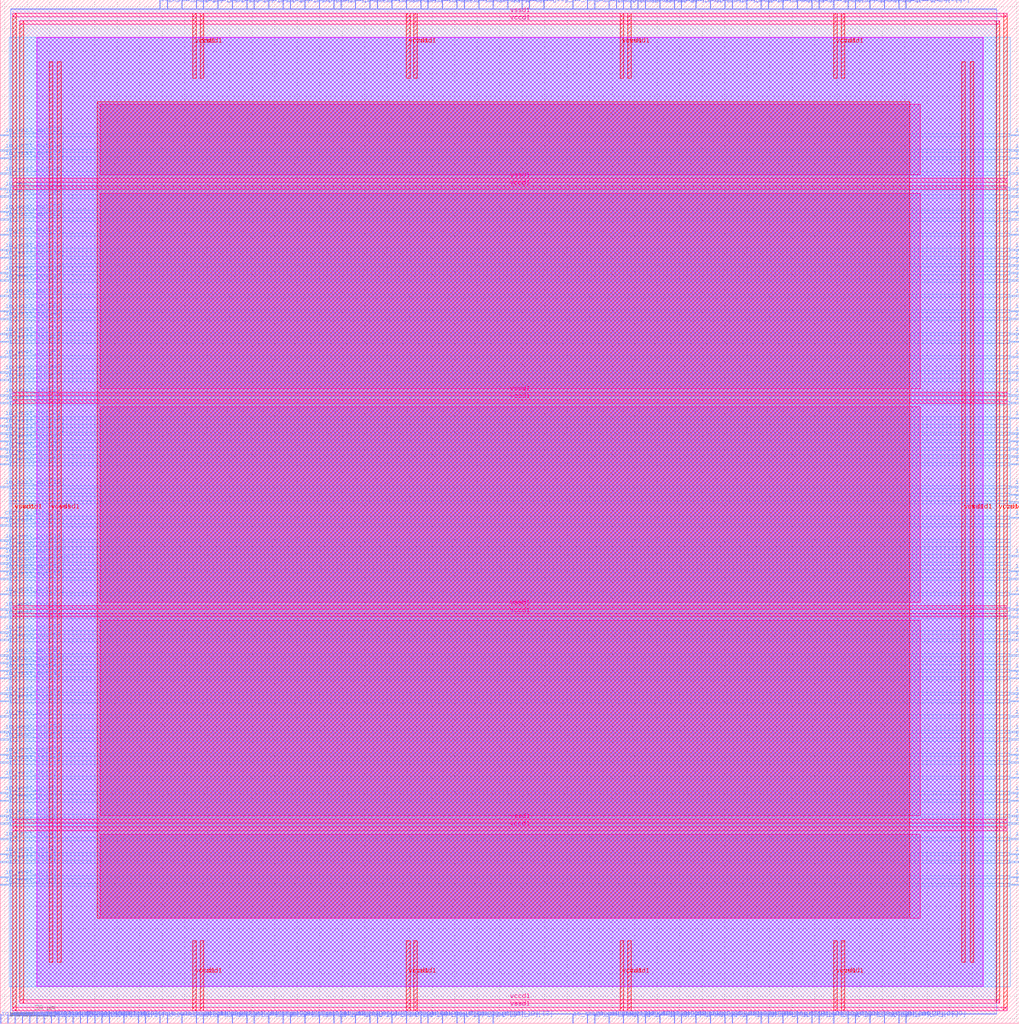
<source format=lef>
VERSION 5.7 ;
  NOWIREEXTENSIONATPIN ON ;
  DIVIDERCHAR "/" ;
  BUSBITCHARS "[]" ;
MACRO fpga
  CLASS BLOCK ;
  FOREIGN fpga ;
  ORIGIN -8.000 -8.000 ;
  SIZE 453.000 BY 455.000 ;
  PIN clk
    DIRECTION INPUT ;
    USE SIGNAL ;
    ANTENNAGATEAREA 0.852000 ;
    PORT
      LAYER met2 ;
        RECT 239.930 459.000 240.210 463.000 ;
    END
  END clk
  PIN config_data_in
    DIRECTION INPUT ;
    USE SIGNAL ;
    ANTENNAGATEAREA 0.213000 ;
    PORT
      LAYER met3 ;
        RECT 8.000 232.440 12.000 233.040 ;
    END
  END config_data_in
  PIN config_data_out
    DIRECTION OUTPUT ;
    USE SIGNAL ;
    ANTENNADIFFAREA 0.445500 ;
    PORT
      LAYER met3 ;
        RECT 457.000 239.240 461.000 239.840 ;
    END
  END config_data_out
  PIN config_en
    DIRECTION INPUT ;
    USE SIGNAL ;
    ANTENNAGATEAREA 0.990000 ;
    PORT
      LAYER met2 ;
        RECT 249.590 459.000 249.870 463.000 ;
    END
  END config_en
  PIN io_east_in[0]
    DIRECTION INPUT ;
    USE SIGNAL ;
    ANTENNAGATEAREA 0.196500 ;
    PORT
      LAYER met3 ;
        RECT 457.000 144.040 461.000 144.640 ;
    END
  END io_east_in[0]
  PIN io_east_in[10]
    DIRECTION INPUT ;
    USE SIGNAL ;
    ANTENNAGATEAREA 0.213000 ;
    PORT
      LAYER met3 ;
        RECT 457.000 198.440 461.000 199.040 ;
    END
  END io_east_in[10]
  PIN io_east_in[11]
    DIRECTION INPUT ;
    USE SIGNAL ;
    ANTENNAGATEAREA 0.159000 ;
    PORT
      LAYER met3 ;
        RECT 457.000 205.240 461.000 205.840 ;
    END
  END io_east_in[11]
  PIN io_east_in[12]
    DIRECTION INPUT ;
    USE SIGNAL ;
    ANTENNAGATEAREA 0.159000 ;
    PORT
      LAYER met3 ;
        RECT 457.000 208.640 461.000 209.240 ;
    END
  END io_east_in[12]
  PIN io_east_in[13]
    DIRECTION INPUT ;
    USE SIGNAL ;
    ANTENNAGATEAREA 0.126000 ;
    PORT
      LAYER met3 ;
        RECT 457.000 215.440 461.000 216.040 ;
    END
  END io_east_in[13]
  PIN io_east_in[14]
    DIRECTION INPUT ;
    USE SIGNAL ;
    PORT
      LAYER met2 ;
        RECT 8.090 8.000 8.370 12.000 ;
    END
  END io_east_in[14]
  PIN io_east_in[15]
    DIRECTION INPUT ;
    USE SIGNAL ;
    PORT
      LAYER met2 ;
        RECT 11.310 8.000 11.590 12.000 ;
    END
  END io_east_in[15]
  PIN io_east_in[16]
    DIRECTION INPUT ;
    USE SIGNAL ;
    ANTENNAGATEAREA 0.196500 ;
    PORT
      LAYER met3 ;
        RECT 457.000 331.040 461.000 331.640 ;
    END
  END io_east_in[16]
  PIN io_east_in[17]
    DIRECTION INPUT ;
    USE SIGNAL ;
    ANTENNAGATEAREA 0.196500 ;
    PORT
      LAYER met3 ;
        RECT 457.000 337.840 461.000 338.440 ;
    END
  END io_east_in[17]
  PIN io_east_in[18]
    DIRECTION INPUT ;
    USE SIGNAL ;
    ANTENNAGATEAREA 0.196500 ;
    PORT
      LAYER met3 ;
        RECT 457.000 341.240 461.000 341.840 ;
    END
  END io_east_in[18]
  PIN io_east_in[19]
    DIRECTION INPUT ;
    USE SIGNAL ;
    ANTENNAGATEAREA 0.213000 ;
    PORT
      LAYER met3 ;
        RECT 457.000 348.040 461.000 348.640 ;
    END
  END io_east_in[19]
  PIN io_east_in[1]
    DIRECTION INPUT ;
    USE SIGNAL ;
    ANTENNAGATEAREA 0.196500 ;
    PORT
      LAYER met3 ;
        RECT 457.000 150.840 461.000 151.440 ;
    END
  END io_east_in[1]
  PIN io_east_in[20]
    DIRECTION INPUT ;
    USE SIGNAL ;
    ANTENNAGATEAREA 0.213000 ;
    PORT
      LAYER met3 ;
        RECT 457.000 351.440 461.000 352.040 ;
    END
  END io_east_in[20]
  PIN io_east_in[21]
    DIRECTION INPUT ;
    USE SIGNAL ;
    ANTENNAGATEAREA 0.196500 ;
    PORT
      LAYER met3 ;
        RECT 457.000 358.240 461.000 358.840 ;
    END
  END io_east_in[21]
  PIN io_east_in[22]
    DIRECTION INPUT ;
    USE SIGNAL ;
    ANTENNAGATEAREA 0.196500 ;
    PORT
      LAYER met3 ;
        RECT 457.000 365.040 461.000 365.640 ;
    END
  END io_east_in[22]
  PIN io_east_in[23]
    DIRECTION INPUT ;
    USE SIGNAL ;
    ANTENNAGATEAREA 0.213000 ;
    PORT
      LAYER met3 ;
        RECT 457.000 368.440 461.000 369.040 ;
    END
  END io_east_in[23]
  PIN io_east_in[24]
    DIRECTION INPUT ;
    USE SIGNAL ;
    ANTENNAGATEAREA 0.213000 ;
    PORT
      LAYER met3 ;
        RECT 457.000 375.240 461.000 375.840 ;
    END
  END io_east_in[24]
  PIN io_east_in[25]
    DIRECTION INPUT ;
    USE SIGNAL ;
    ANTENNAGATEAREA 0.159000 ;
    PORT
      LAYER met3 ;
        RECT 457.000 378.640 461.000 379.240 ;
    END
  END io_east_in[25]
  PIN io_east_in[26]
    DIRECTION INPUT ;
    USE SIGNAL ;
    ANTENNAGATEAREA 0.213000 ;
    PORT
      LAYER met3 ;
        RECT 457.000 385.440 461.000 386.040 ;
    END
  END io_east_in[26]
  PIN io_east_in[27]
    DIRECTION INPUT ;
    USE SIGNAL ;
    ANTENNAGATEAREA 0.159000 ;
    PORT
      LAYER met3 ;
        RECT 457.000 392.240 461.000 392.840 ;
    END
  END io_east_in[27]
  PIN io_east_in[28]
    DIRECTION INPUT ;
    USE SIGNAL ;
    ANTENNAGATEAREA 0.159000 ;
    PORT
      LAYER met3 ;
        RECT 457.000 395.640 461.000 396.240 ;
    END
  END io_east_in[28]
  PIN io_east_in[29]
    DIRECTION INPUT ;
    USE SIGNAL ;
    ANTENNAGATEAREA 0.126000 ;
    PORT
      LAYER met3 ;
        RECT 457.000 402.440 461.000 403.040 ;
    END
  END io_east_in[29]
  PIN io_east_in[2]
    DIRECTION INPUT ;
    USE SIGNAL ;
    ANTENNAGATEAREA 0.196500 ;
    PORT
      LAYER met3 ;
        RECT 457.000 154.240 461.000 154.840 ;
    END
  END io_east_in[2]
  PIN io_east_in[30]
    DIRECTION INPUT ;
    USE SIGNAL ;
    PORT
      LAYER met2 ;
        RECT 14.530 8.000 14.810 12.000 ;
    END
  END io_east_in[30]
  PIN io_east_in[31]
    DIRECTION INPUT ;
    USE SIGNAL ;
    PORT
      LAYER met2 ;
        RECT 17.750 8.000 18.030 12.000 ;
    END
  END io_east_in[31]
  PIN io_east_in[3]
    DIRECTION INPUT ;
    USE SIGNAL ;
    ANTENNAGATEAREA 0.213000 ;
    PORT
      LAYER met3 ;
        RECT 457.000 161.040 461.000 161.640 ;
    END
  END io_east_in[3]
  PIN io_east_in[4]
    DIRECTION INPUT ;
    USE SIGNAL ;
    ANTENNAGATEAREA 0.213000 ;
    PORT
      LAYER met3 ;
        RECT 457.000 164.440 461.000 165.040 ;
    END
  END io_east_in[4]
  PIN io_east_in[5]
    DIRECTION INPUT ;
    USE SIGNAL ;
    ANTENNAGATEAREA 0.196500 ;
    PORT
      LAYER met3 ;
        RECT 457.000 171.240 461.000 171.840 ;
    END
  END io_east_in[5]
  PIN io_east_in[6]
    DIRECTION INPUT ;
    USE SIGNAL ;
    ANTENNAGATEAREA 0.196500 ;
    PORT
      LAYER met3 ;
        RECT 457.000 178.040 461.000 178.640 ;
    END
  END io_east_in[6]
  PIN io_east_in[7]
    DIRECTION INPUT ;
    USE SIGNAL ;
    ANTENNAGATEAREA 0.213000 ;
    PORT
      LAYER met3 ;
        RECT 457.000 181.440 461.000 182.040 ;
    END
  END io_east_in[7]
  PIN io_east_in[8]
    DIRECTION INPUT ;
    USE SIGNAL ;
    ANTENNAGATEAREA 0.213000 ;
    PORT
      LAYER met3 ;
        RECT 457.000 188.240 461.000 188.840 ;
    END
  END io_east_in[8]
  PIN io_east_in[9]
    DIRECTION INPUT ;
    USE SIGNAL ;
    ANTENNAGATEAREA 0.159000 ;
    PORT
      LAYER met3 ;
        RECT 457.000 191.640 461.000 192.240 ;
    END
  END io_east_in[9]
  PIN io_east_out[0]
    DIRECTION OUTPUT ;
    USE SIGNAL ;
    ANTENNADIFFAREA 0.445500 ;
    PORT
      LAYER met3 ;
        RECT 457.000 69.240 461.000 69.840 ;
    END
  END io_east_out[0]
  PIN io_east_out[10]
    DIRECTION OUTPUT ;
    USE SIGNAL ;
    ANTENNADIFFAREA 0.445500 ;
    PORT
      LAYER met3 ;
        RECT 457.000 123.640 461.000 124.240 ;
    END
  END io_east_out[10]
  PIN io_east_out[11]
    DIRECTION OUTPUT ;
    USE SIGNAL ;
    ANTENNADIFFAREA 0.445500 ;
    PORT
      LAYER met3 ;
        RECT 457.000 127.040 461.000 127.640 ;
    END
  END io_east_out[11]
  PIN io_east_out[12]
    DIRECTION OUTPUT ;
    USE SIGNAL ;
    ANTENNADIFFAREA 0.445500 ;
    PORT
      LAYER met3 ;
        RECT 457.000 133.840 461.000 134.440 ;
    END
  END io_east_out[12]
  PIN io_east_out[13]
    DIRECTION OUTPUT ;
    USE SIGNAL ;
    ANTENNADIFFAREA 0.445500 ;
    PORT
      LAYER met3 ;
        RECT 457.000 137.240 461.000 137.840 ;
    END
  END io_east_out[13]
  PIN io_east_out[14]
    DIRECTION OUTPUT ;
    USE SIGNAL ;
    PORT
      LAYER met3 ;
        RECT 8.000 222.240 12.000 222.840 ;
    END
  END io_east_out[14]
  PIN io_east_out[15]
    DIRECTION OUTPUT ;
    USE SIGNAL ;
    PORT
      LAYER met3 ;
        RECT 8.000 246.040 12.000 246.640 ;
    END
  END io_east_out[15]
  PIN io_east_out[16]
    DIRECTION OUTPUT ;
    USE SIGNAL ;
    ANTENNADIFFAREA 0.445500 ;
    PORT
      LAYER met3 ;
        RECT 457.000 256.240 461.000 256.840 ;
    END
  END io_east_out[16]
  PIN io_east_out[17]
    DIRECTION OUTPUT ;
    USE SIGNAL ;
    ANTENNADIFFAREA 0.445500 ;
    PORT
      LAYER met3 ;
        RECT 457.000 259.640 461.000 260.240 ;
    END
  END io_east_out[17]
  PIN io_east_out[18]
    DIRECTION OUTPUT ;
    USE SIGNAL ;
    ANTENNADIFFAREA 0.445500 ;
    PORT
      LAYER met3 ;
        RECT 457.000 266.440 461.000 267.040 ;
    END
  END io_east_out[18]
  PIN io_east_out[19]
    DIRECTION OUTPUT ;
    USE SIGNAL ;
    ANTENNADIFFAREA 0.445500 ;
    PORT
      LAYER met3 ;
        RECT 457.000 269.840 461.000 270.440 ;
    END
  END io_east_out[19]
  PIN io_east_out[1]
    DIRECTION OUTPUT ;
    USE SIGNAL ;
    ANTENNADIFFAREA 0.445500 ;
    PORT
      LAYER met3 ;
        RECT 457.000 72.640 461.000 73.240 ;
    END
  END io_east_out[1]
  PIN io_east_out[20]
    DIRECTION OUTPUT ;
    USE SIGNAL ;
    ANTENNADIFFAREA 0.445500 ;
    PORT
      LAYER met3 ;
        RECT 457.000 276.640 461.000 277.240 ;
    END
  END io_east_out[20]
  PIN io_east_out[21]
    DIRECTION OUTPUT ;
    USE SIGNAL ;
    ANTENNADIFFAREA 0.445500 ;
    PORT
      LAYER met3 ;
        RECT 457.000 283.440 461.000 284.040 ;
    END
  END io_east_out[21]
  PIN io_east_out[22]
    DIRECTION OUTPUT ;
    USE SIGNAL ;
    ANTENNADIFFAREA 0.445500 ;
    PORT
      LAYER met3 ;
        RECT 457.000 286.840 461.000 287.440 ;
    END
  END io_east_out[22]
  PIN io_east_out[23]
    DIRECTION OUTPUT ;
    USE SIGNAL ;
    ANTENNADIFFAREA 0.445500 ;
    PORT
      LAYER met3 ;
        RECT 457.000 293.640 461.000 294.240 ;
    END
  END io_east_out[23]
  PIN io_east_out[24]
    DIRECTION OUTPUT ;
    USE SIGNAL ;
    ANTENNADIFFAREA 0.445500 ;
    PORT
      LAYER met3 ;
        RECT 457.000 297.040 461.000 297.640 ;
    END
  END io_east_out[24]
  PIN io_east_out[25]
    DIRECTION OUTPUT ;
    USE SIGNAL ;
    ANTENNADIFFAREA 0.445500 ;
    PORT
      LAYER met3 ;
        RECT 457.000 303.840 461.000 304.440 ;
    END
  END io_east_out[25]
  PIN io_east_out[26]
    DIRECTION OUTPUT ;
    USE SIGNAL ;
    ANTENNADIFFAREA 0.445500 ;
    PORT
      LAYER met3 ;
        RECT 457.000 310.640 461.000 311.240 ;
    END
  END io_east_out[26]
  PIN io_east_out[27]
    DIRECTION OUTPUT ;
    USE SIGNAL ;
    ANTENNADIFFAREA 0.445500 ;
    PORT
      LAYER met3 ;
        RECT 457.000 314.040 461.000 314.640 ;
    END
  END io_east_out[27]
  PIN io_east_out[28]
    DIRECTION OUTPUT ;
    USE SIGNAL ;
    ANTENNADIFFAREA 0.445500 ;
    PORT
      LAYER met3 ;
        RECT 457.000 320.840 461.000 321.440 ;
    END
  END io_east_out[28]
  PIN io_east_out[29]
    DIRECTION OUTPUT ;
    USE SIGNAL ;
    ANTENNADIFFAREA 0.445500 ;
    PORT
      LAYER met3 ;
        RECT 457.000 324.240 461.000 324.840 ;
    END
  END io_east_out[29]
  PIN io_east_out[2]
    DIRECTION OUTPUT ;
    USE SIGNAL ;
    ANTENNADIFFAREA 0.445500 ;
    PORT
      LAYER met3 ;
        RECT 457.000 79.440 461.000 80.040 ;
    END
  END io_east_out[2]
  PIN io_east_out[30]
    DIRECTION OUTPUT ;
    USE SIGNAL ;
    PORT
      LAYER met3 ;
        RECT 8.000 167.840 12.000 168.440 ;
    END
  END io_east_out[30]
  PIN io_east_out[31]
    DIRECTION OUTPUT ;
    USE SIGNAL ;
    PORT
      LAYER met3 ;
        RECT 8.000 229.040 12.000 229.640 ;
    END
  END io_east_out[31]
  PIN io_east_out[3]
    DIRECTION OUTPUT ;
    USE SIGNAL ;
    ANTENNADIFFAREA 0.445500 ;
    PORT
      LAYER met3 ;
        RECT 457.000 82.840 461.000 83.440 ;
    END
  END io_east_out[3]
  PIN io_east_out[4]
    DIRECTION OUTPUT ;
    USE SIGNAL ;
    ANTENNADIFFAREA 0.445500 ;
    PORT
      LAYER met3 ;
        RECT 457.000 89.640 461.000 90.240 ;
    END
  END io_east_out[4]
  PIN io_east_out[5]
    DIRECTION OUTPUT ;
    USE SIGNAL ;
    ANTENNADIFFAREA 0.445500 ;
    PORT
      LAYER met3 ;
        RECT 457.000 96.440 461.000 97.040 ;
    END
  END io_east_out[5]
  PIN io_east_out[6]
    DIRECTION OUTPUT ;
    USE SIGNAL ;
    ANTENNADIFFAREA 0.445500 ;
    PORT
      LAYER met3 ;
        RECT 457.000 99.840 461.000 100.440 ;
    END
  END io_east_out[6]
  PIN io_east_out[7]
    DIRECTION OUTPUT ;
    USE SIGNAL ;
    ANTENNADIFFAREA 0.445500 ;
    PORT
      LAYER met3 ;
        RECT 457.000 106.640 461.000 107.240 ;
    END
  END io_east_out[7]
  PIN io_east_out[8]
    DIRECTION OUTPUT ;
    USE SIGNAL ;
    ANTENNADIFFAREA 0.445500 ;
    PORT
      LAYER met3 ;
        RECT 457.000 110.040 461.000 110.640 ;
    END
  END io_east_out[8]
  PIN io_east_out[9]
    DIRECTION OUTPUT ;
    USE SIGNAL ;
    ANTENNADIFFAREA 0.445500 ;
    PORT
      LAYER met3 ;
        RECT 457.000 116.840 461.000 117.440 ;
    END
  END io_east_out[9]
  PIN io_north_in[0]
    DIRECTION INPUT ;
    USE SIGNAL ;
    ANTENNAGATEAREA 0.159000 ;
    PORT
      LAYER met2 ;
        RECT 78.930 459.000 79.210 463.000 ;
    END
  END io_north_in[0]
  PIN io_north_in[10]
    DIRECTION INPUT ;
    USE SIGNAL ;
    ANTENNAGATEAREA 0.213000 ;
    PORT
      LAYER met2 ;
        RECT 133.670 459.000 133.950 463.000 ;
    END
  END io_north_in[10]
  PIN io_north_in[11]
    DIRECTION INPUT ;
    USE SIGNAL ;
    ANTENNAGATEAREA 0.213000 ;
    PORT
      LAYER met2 ;
        RECT 136.890 459.000 137.170 463.000 ;
    END
  END io_north_in[11]
  PIN io_north_in[12]
    DIRECTION INPUT ;
    USE SIGNAL ;
    ANTENNAGATEAREA 0.159000 ;
    PORT
      LAYER met2 ;
        RECT 143.330 459.000 143.610 463.000 ;
    END
  END io_north_in[12]
  PIN io_north_in[13]
    DIRECTION INPUT ;
    USE SIGNAL ;
    ANTENNAGATEAREA 0.196500 ;
    PORT
      LAYER met2 ;
        RECT 149.770 459.000 150.050 463.000 ;
    END
  END io_north_in[13]
  PIN io_north_in[14]
    DIRECTION INPUT ;
    USE SIGNAL ;
    PORT
      LAYER met2 ;
        RECT 20.970 8.000 21.250 12.000 ;
    END
  END io_north_in[14]
  PIN io_north_in[15]
    DIRECTION INPUT ;
    USE SIGNAL ;
    PORT
      LAYER met2 ;
        RECT 24.190 8.000 24.470 12.000 ;
    END
  END io_north_in[15]
  PIN io_north_in[16]
    DIRECTION INPUT ;
    USE SIGNAL ;
    ANTENNAGATEAREA 0.159000 ;
    PORT
      LAYER met2 ;
        RECT 262.470 459.000 262.750 463.000 ;
    END
  END io_north_in[16]
  PIN io_north_in[17]
    DIRECTION INPUT ;
    USE SIGNAL ;
    ANTENNAGATEAREA 0.159000 ;
    PORT
      LAYER met2 ;
        RECT 268.910 459.000 269.190 463.000 ;
    END
  END io_north_in[17]
  PIN io_north_in[18]
    DIRECTION INPUT ;
    USE SIGNAL ;
    ANTENNAGATEAREA 0.213000 ;
    PORT
      LAYER met2 ;
        RECT 272.130 459.000 272.410 463.000 ;
    END
  END io_north_in[18]
  PIN io_north_in[19]
    DIRECTION INPUT ;
    USE SIGNAL ;
    ANTENNAGATEAREA 0.159000 ;
    PORT
      LAYER met2 ;
        RECT 278.570 459.000 278.850 463.000 ;
    END
  END io_north_in[19]
  PIN io_north_in[1]
    DIRECTION INPUT ;
    USE SIGNAL ;
    ANTENNAGATEAREA 0.159000 ;
    PORT
      LAYER met2 ;
        RECT 82.150 459.000 82.430 463.000 ;
    END
  END io_north_in[1]
  PIN io_north_in[20]
    DIRECTION INPUT ;
    USE SIGNAL ;
    ANTENNAGATEAREA 0.159000 ;
    PORT
      LAYER met2 ;
        RECT 285.010 459.000 285.290 463.000 ;
    END
  END io_north_in[20]
  PIN io_north_in[21]
    DIRECTION INPUT ;
    USE SIGNAL ;
    ANTENNAGATEAREA 0.213000 ;
    PORT
      LAYER met2 ;
        RECT 291.450 459.000 291.730 463.000 ;
    END
  END io_north_in[21]
  PIN io_north_in[22]
    DIRECTION INPUT ;
    USE SIGNAL ;
    ANTENNAGATEAREA 0.159000 ;
    PORT
      LAYER met2 ;
        RECT 294.670 459.000 294.950 463.000 ;
    END
  END io_north_in[22]
  PIN io_north_in[23]
    DIRECTION INPUT ;
    USE SIGNAL ;
    ANTENNAGATEAREA 0.159000 ;
    PORT
      LAYER met2 ;
        RECT 301.110 459.000 301.390 463.000 ;
    END
  END io_north_in[23]
  PIN io_north_in[24]
    DIRECTION INPUT ;
    USE SIGNAL ;
    ANTENNAGATEAREA 0.247500 ;
    PORT
      LAYER met2 ;
        RECT 307.550 459.000 307.830 463.000 ;
    END
  END io_north_in[24]
  PIN io_north_in[25]
    DIRECTION INPUT ;
    USE SIGNAL ;
    ANTENNAGATEAREA 0.126000 ;
    PORT
      LAYER met2 ;
        RECT 310.770 459.000 311.050 463.000 ;
    END
  END io_north_in[25]
  PIN io_north_in[26]
    DIRECTION INPUT ;
    USE SIGNAL ;
    ANTENNAGATEAREA 0.213000 ;
    PORT
      LAYER met2 ;
        RECT 317.210 459.000 317.490 463.000 ;
    END
  END io_north_in[26]
  PIN io_north_in[27]
    DIRECTION INPUT ;
    USE SIGNAL ;
    ANTENNAGATEAREA 0.213000 ;
    PORT
      LAYER met2 ;
        RECT 323.650 459.000 323.930 463.000 ;
    END
  END io_north_in[27]
  PIN io_north_in[28]
    DIRECTION INPUT ;
    USE SIGNAL ;
    ANTENNAGATEAREA 0.159000 ;
    PORT
      LAYER met2 ;
        RECT 330.090 459.000 330.370 463.000 ;
    END
  END io_north_in[28]
  PIN io_north_in[29]
    DIRECTION INPUT ;
    USE SIGNAL ;
    ANTENNAGATEAREA 0.196500 ;
    PORT
      LAYER met2 ;
        RECT 333.310 459.000 333.590 463.000 ;
    END
  END io_north_in[29]
  PIN io_north_in[2]
    DIRECTION INPUT ;
    USE SIGNAL ;
    ANTENNAGATEAREA 0.213000 ;
    PORT
      LAYER met2 ;
        RECT 88.590 459.000 88.870 463.000 ;
    END
  END io_north_in[2]
  PIN io_north_in[30]
    DIRECTION INPUT ;
    USE SIGNAL ;
    PORT
      LAYER met2 ;
        RECT 27.410 8.000 27.690 12.000 ;
    END
  END io_north_in[30]
  PIN io_north_in[31]
    DIRECTION INPUT ;
    USE SIGNAL ;
    PORT
      LAYER met2 ;
        RECT 30.630 8.000 30.910 12.000 ;
    END
  END io_north_in[31]
  PIN io_north_in[3]
    DIRECTION INPUT ;
    USE SIGNAL ;
    ANTENNAGATEAREA 0.159000 ;
    PORT
      LAYER met2 ;
        RECT 95.030 459.000 95.310 463.000 ;
    END
  END io_north_in[3]
  PIN io_north_in[4]
    DIRECTION INPUT ;
    USE SIGNAL ;
    ANTENNAGATEAREA 0.159000 ;
    PORT
      LAYER met2 ;
        RECT 98.250 459.000 98.530 463.000 ;
    END
  END io_north_in[4]
  PIN io_north_in[5]
    DIRECTION INPUT ;
    USE SIGNAL ;
    ANTENNAGATEAREA 0.213000 ;
    PORT
      LAYER met2 ;
        RECT 104.690 459.000 104.970 463.000 ;
    END
  END io_north_in[5]
  PIN io_north_in[6]
    DIRECTION INPUT ;
    USE SIGNAL ;
    ANTENNAGATEAREA 0.159000 ;
    PORT
      LAYER met2 ;
        RECT 111.130 459.000 111.410 463.000 ;
    END
  END io_north_in[6]
  PIN io_north_in[7]
    DIRECTION INPUT ;
    USE SIGNAL ;
    ANTENNAGATEAREA 0.159000 ;
    PORT
      LAYER met2 ;
        RECT 117.570 459.000 117.850 463.000 ;
    END
  END io_north_in[7]
  PIN io_north_in[8]
    DIRECTION INPUT ;
    USE SIGNAL ;
    ANTENNAGATEAREA 0.247500 ;
    PORT
      LAYER met2 ;
        RECT 120.790 459.000 121.070 463.000 ;
    END
  END io_north_in[8]
  PIN io_north_in[9]
    DIRECTION INPUT ;
    USE SIGNAL ;
    ANTENNAGATEAREA 0.126000 ;
    PORT
      LAYER met2 ;
        RECT 127.230 459.000 127.510 463.000 ;
    END
  END io_north_in[9]
  PIN io_north_out[0]
    DIRECTION OUTPUT ;
    USE SIGNAL ;
    ANTENNADIFFAREA 0.445500 ;
    PORT
      LAYER met2 ;
        RECT 156.210 459.000 156.490 463.000 ;
    END
  END io_north_out[0]
  PIN io_north_out[10]
    DIRECTION OUTPUT ;
    USE SIGNAL ;
    ANTENNADIFFAREA 0.445500 ;
    PORT
      LAYER met2 ;
        RECT 210.950 459.000 211.230 463.000 ;
    END
  END io_north_out[10]
  PIN io_north_out[11]
    DIRECTION OUTPUT ;
    USE SIGNAL ;
    ANTENNADIFFAREA 0.445500 ;
    PORT
      LAYER met2 ;
        RECT 214.170 459.000 214.450 463.000 ;
    END
  END io_north_out[11]
  PIN io_north_out[12]
    DIRECTION OUTPUT ;
    USE SIGNAL ;
    ANTENNADIFFAREA 0.445500 ;
    PORT
      LAYER met2 ;
        RECT 220.610 459.000 220.890 463.000 ;
    END
  END io_north_out[12]
  PIN io_north_out[13]
    DIRECTION OUTPUT ;
    USE SIGNAL ;
    ANTENNADIFFAREA 0.445500 ;
    PORT
      LAYER met2 ;
        RECT 227.050 459.000 227.330 463.000 ;
    END
  END io_north_out[13]
  PIN io_north_out[14]
    DIRECTION OUTPUT ;
    USE SIGNAL ;
    PORT
      LAYER met2 ;
        RECT 281.790 459.000 282.070 463.000 ;
    END
  END io_north_out[14]
  PIN io_north_out[15]
    DIRECTION OUTPUT ;
    USE SIGNAL ;
    PORT
      LAYER met3 ;
        RECT 457.000 344.640 461.000 345.240 ;
    END
  END io_north_out[15]
  PIN io_north_out[16]
    DIRECTION OUTPUT ;
    USE SIGNAL ;
    ANTENNADIFFAREA 0.445500 ;
    PORT
      LAYER met2 ;
        RECT 339.750 459.000 340.030 463.000 ;
    END
  END io_north_out[16]
  PIN io_north_out[17]
    DIRECTION OUTPUT ;
    USE SIGNAL ;
    ANTENNADIFFAREA 0.445500 ;
    PORT
      LAYER met2 ;
        RECT 346.190 459.000 346.470 463.000 ;
    END
  END io_north_out[17]
  PIN io_north_out[18]
    DIRECTION OUTPUT ;
    USE SIGNAL ;
    ANTENNADIFFAREA 0.445500 ;
    PORT
      LAYER met2 ;
        RECT 349.410 459.000 349.690 463.000 ;
    END
  END io_north_out[18]
  PIN io_north_out[19]
    DIRECTION OUTPUT ;
    USE SIGNAL ;
    ANTENNADIFFAREA 0.445500 ;
    PORT
      LAYER met2 ;
        RECT 355.850 459.000 356.130 463.000 ;
    END
  END io_north_out[19]
  PIN io_north_out[1]
    DIRECTION OUTPUT ;
    USE SIGNAL ;
    ANTENNADIFFAREA 0.445500 ;
    PORT
      LAYER met2 ;
        RECT 159.430 459.000 159.710 463.000 ;
    END
  END io_north_out[1]
  PIN io_north_out[20]
    DIRECTION OUTPUT ;
    USE SIGNAL ;
    ANTENNADIFFAREA 0.445500 ;
    PORT
      LAYER met2 ;
        RECT 362.290 459.000 362.570 463.000 ;
    END
  END io_north_out[20]
  PIN io_north_out[21]
    DIRECTION OUTPUT ;
    USE SIGNAL ;
    ANTENNADIFFAREA 0.445500 ;
    PORT
      LAYER met2 ;
        RECT 368.730 459.000 369.010 463.000 ;
    END
  END io_north_out[21]
  PIN io_north_out[22]
    DIRECTION OUTPUT ;
    USE SIGNAL ;
    ANTENNADIFFAREA 0.445500 ;
    PORT
      LAYER met2 ;
        RECT 371.950 459.000 372.230 463.000 ;
    END
  END io_north_out[22]
  PIN io_north_out[23]
    DIRECTION OUTPUT ;
    USE SIGNAL ;
    ANTENNADIFFAREA 0.445500 ;
    PORT
      LAYER met2 ;
        RECT 378.390 459.000 378.670 463.000 ;
    END
  END io_north_out[23]
  PIN io_north_out[24]
    DIRECTION OUTPUT ;
    USE SIGNAL ;
    ANTENNADIFFAREA 0.445500 ;
    PORT
      LAYER met2 ;
        RECT 384.830 459.000 385.110 463.000 ;
    END
  END io_north_out[24]
  PIN io_north_out[25]
    DIRECTION OUTPUT ;
    USE SIGNAL ;
    ANTENNADIFFAREA 0.445500 ;
    PORT
      LAYER met2 ;
        RECT 388.050 459.000 388.330 463.000 ;
    END
  END io_north_out[25]
  PIN io_north_out[26]
    DIRECTION OUTPUT ;
    USE SIGNAL ;
    ANTENNADIFFAREA 0.445500 ;
    PORT
      LAYER met2 ;
        RECT 394.490 459.000 394.770 463.000 ;
    END
  END io_north_out[26]
  PIN io_north_out[27]
    DIRECTION OUTPUT ;
    USE SIGNAL ;
    ANTENNADIFFAREA 0.445500 ;
    PORT
      LAYER met2 ;
        RECT 400.930 459.000 401.210 463.000 ;
    END
  END io_north_out[27]
  PIN io_north_out[28]
    DIRECTION OUTPUT ;
    USE SIGNAL ;
    ANTENNADIFFAREA 0.445500 ;
    PORT
      LAYER met2 ;
        RECT 407.370 459.000 407.650 463.000 ;
    END
  END io_north_out[28]
  PIN io_north_out[29]
    DIRECTION OUTPUT ;
    USE SIGNAL ;
    ANTENNADIFFAREA 0.445500 ;
    PORT
      LAYER met2 ;
        RECT 410.590 459.000 410.870 463.000 ;
    END
  END io_north_out[29]
  PIN io_north_out[2]
    DIRECTION OUTPUT ;
    USE SIGNAL ;
    ANTENNADIFFAREA 0.445500 ;
    PORT
      LAYER met2 ;
        RECT 165.870 459.000 166.150 463.000 ;
    END
  END io_north_out[2]
  PIN io_north_out[30]
    DIRECTION OUTPUT ;
    USE SIGNAL ;
    PORT
      LAYER met3 ;
        RECT 457.000 232.440 461.000 233.040 ;
    END
  END io_north_out[30]
  PIN io_north_out[31]
    DIRECTION OUTPUT ;
    USE SIGNAL ;
    PORT
      LAYER met2 ;
        RECT 288.230 459.000 288.510 463.000 ;
    END
  END io_north_out[31]
  PIN io_north_out[3]
    DIRECTION OUTPUT ;
    USE SIGNAL ;
    ANTENNADIFFAREA 0.445500 ;
    PORT
      LAYER met2 ;
        RECT 172.310 459.000 172.590 463.000 ;
    END
  END io_north_out[3]
  PIN io_north_out[4]
    DIRECTION OUTPUT ;
    USE SIGNAL ;
    ANTENNADIFFAREA 0.445500 ;
    PORT
      LAYER met2 ;
        RECT 175.530 459.000 175.810 463.000 ;
    END
  END io_north_out[4]
  PIN io_north_out[5]
    DIRECTION OUTPUT ;
    USE SIGNAL ;
    ANTENNADIFFAREA 0.445500 ;
    PORT
      LAYER met2 ;
        RECT 181.970 459.000 182.250 463.000 ;
    END
  END io_north_out[5]
  PIN io_north_out[6]
    DIRECTION OUTPUT ;
    USE SIGNAL ;
    ANTENNADIFFAREA 0.445500 ;
    PORT
      LAYER met2 ;
        RECT 188.410 459.000 188.690 463.000 ;
    END
  END io_north_out[6]
  PIN io_north_out[7]
    DIRECTION OUTPUT ;
    USE SIGNAL ;
    ANTENNADIFFAREA 0.445500 ;
    PORT
      LAYER met2 ;
        RECT 194.850 459.000 195.130 463.000 ;
    END
  END io_north_out[7]
  PIN io_north_out[8]
    DIRECTION OUTPUT ;
    USE SIGNAL ;
    ANTENNADIFFAREA 0.445500 ;
    PORT
      LAYER met2 ;
        RECT 198.070 459.000 198.350 463.000 ;
    END
  END io_north_out[8]
  PIN io_north_out[9]
    DIRECTION OUTPUT ;
    USE SIGNAL ;
    ANTENNADIFFAREA 0.445500 ;
    PORT
      LAYER met2 ;
        RECT 204.510 459.000 204.790 463.000 ;
    END
  END io_north_out[9]
  PIN io_south_in[0]
    DIRECTION INPUT ;
    USE SIGNAL ;
    ANTENNAGATEAREA 0.196500 ;
    PORT
      LAYER met2 ;
        RECT 156.210 8.000 156.490 12.000 ;
    END
  END io_south_in[0]
  PIN io_south_in[10]
    DIRECTION INPUT ;
    USE SIGNAL ;
    ANTENNAGATEAREA 0.213000 ;
    PORT
      LAYER met2 ;
        RECT 210.950 8.000 211.230 12.000 ;
    END
  END io_south_in[10]
  PIN io_south_in[11]
    DIRECTION INPUT ;
    USE SIGNAL ;
    ANTENNAGATEAREA 0.213000 ;
    PORT
      LAYER met2 ;
        RECT 214.170 8.000 214.450 12.000 ;
    END
  END io_south_in[11]
  PIN io_south_in[12]
    DIRECTION INPUT ;
    USE SIGNAL ;
    ANTENNAGATEAREA 0.126000 ;
    PORT
      LAYER met2 ;
        RECT 220.610 8.000 220.890 12.000 ;
    END
  END io_south_in[12]
  PIN io_south_in[13]
    DIRECTION INPUT ;
    USE SIGNAL ;
    ANTENNAGATEAREA 0.126000 ;
    PORT
      LAYER met2 ;
        RECT 227.050 8.000 227.330 12.000 ;
    END
  END io_south_in[13]
  PIN io_south_in[14]
    DIRECTION INPUT ;
    USE SIGNAL ;
    PORT
      LAYER met2 ;
        RECT 33.850 8.000 34.130 12.000 ;
    END
  END io_south_in[14]
  PIN io_south_in[15]
    DIRECTION INPUT ;
    USE SIGNAL ;
    PORT
      LAYER met2 ;
        RECT 37.070 8.000 37.350 12.000 ;
    END
  END io_south_in[15]
  PIN io_south_in[16]
    DIRECTION INPUT ;
    USE SIGNAL ;
    ANTENNAGATEAREA 0.196500 ;
    PORT
      LAYER met2 ;
        RECT 339.750 8.000 340.030 12.000 ;
    END
  END io_south_in[16]
  PIN io_south_in[17]
    DIRECTION INPUT ;
    USE SIGNAL ;
    ANTENNAGATEAREA 0.196500 ;
    PORT
      LAYER met2 ;
        RECT 346.190 8.000 346.470 12.000 ;
    END
  END io_south_in[17]
  PIN io_south_in[18]
    DIRECTION INPUT ;
    USE SIGNAL ;
    ANTENNAGATEAREA 0.196500 ;
    PORT
      LAYER met2 ;
        RECT 349.410 8.000 349.690 12.000 ;
    END
  END io_south_in[18]
  PIN io_south_in[19]
    DIRECTION INPUT ;
    USE SIGNAL ;
    ANTENNAGATEAREA 0.196500 ;
    PORT
      LAYER met2 ;
        RECT 355.850 8.000 356.130 12.000 ;
    END
  END io_south_in[19]
  PIN io_south_in[1]
    DIRECTION INPUT ;
    USE SIGNAL ;
    ANTENNAGATEAREA 0.196500 ;
    PORT
      LAYER met2 ;
        RECT 159.430 8.000 159.710 12.000 ;
    END
  END io_south_in[1]
  PIN io_south_in[20]
    DIRECTION INPUT ;
    USE SIGNAL ;
    ANTENNAGATEAREA 0.196500 ;
    PORT
      LAYER met2 ;
        RECT 362.290 8.000 362.570 12.000 ;
    END
  END io_south_in[20]
  PIN io_south_in[21]
    DIRECTION INPUT ;
    USE SIGNAL ;
    ANTENNAGATEAREA 0.196500 ;
    PORT
      LAYER met2 ;
        RECT 368.730 8.000 369.010 12.000 ;
    END
  END io_south_in[21]
  PIN io_south_in[22]
    DIRECTION INPUT ;
    USE SIGNAL ;
    ANTENNAGATEAREA 0.196500 ;
    PORT
      LAYER met2 ;
        RECT 371.950 8.000 372.230 12.000 ;
    END
  END io_south_in[22]
  PIN io_south_in[23]
    DIRECTION INPUT ;
    USE SIGNAL ;
    ANTENNAGATEAREA 0.196500 ;
    PORT
      LAYER met2 ;
        RECT 378.390 8.000 378.670 12.000 ;
    END
  END io_south_in[23]
  PIN io_south_in[24]
    DIRECTION INPUT ;
    USE SIGNAL ;
    ANTENNAGATEAREA 0.196500 ;
    PORT
      LAYER met2 ;
        RECT 384.830 8.000 385.110 12.000 ;
    END
  END io_south_in[24]
  PIN io_south_in[25]
    DIRECTION INPUT ;
    USE SIGNAL ;
    ANTENNAGATEAREA 0.196500 ;
    PORT
      LAYER met2 ;
        RECT 388.050 8.000 388.330 12.000 ;
    END
  END io_south_in[25]
  PIN io_south_in[26]
    DIRECTION INPUT ;
    USE SIGNAL ;
    ANTENNAGATEAREA 0.213000 ;
    PORT
      LAYER met2 ;
        RECT 394.490 8.000 394.770 12.000 ;
    END
  END io_south_in[26]
  PIN io_south_in[27]
    DIRECTION INPUT ;
    USE SIGNAL ;
    ANTENNAGATEAREA 0.213000 ;
    PORT
      LAYER met2 ;
        RECT 400.930 8.000 401.210 12.000 ;
    END
  END io_south_in[27]
  PIN io_south_in[28]
    DIRECTION INPUT ;
    USE SIGNAL ;
    ANTENNAGATEAREA 0.126000 ;
    PORT
      LAYER met2 ;
        RECT 407.370 8.000 407.650 12.000 ;
    END
  END io_south_in[28]
  PIN io_south_in[29]
    DIRECTION INPUT ;
    USE SIGNAL ;
    ANTENNAGATEAREA 0.126000 ;
    PORT
      LAYER met2 ;
        RECT 410.590 8.000 410.870 12.000 ;
    END
  END io_south_in[29]
  PIN io_south_in[2]
    DIRECTION INPUT ;
    USE SIGNAL ;
    ANTENNAGATEAREA 0.196500 ;
    PORT
      LAYER met2 ;
        RECT 165.870 8.000 166.150 12.000 ;
    END
  END io_south_in[2]
  PIN io_south_in[30]
    DIRECTION INPUT ;
    USE SIGNAL ;
    PORT
      LAYER met2 ;
        RECT 40.290 8.000 40.570 12.000 ;
    END
  END io_south_in[30]
  PIN io_south_in[31]
    DIRECTION INPUT ;
    USE SIGNAL ;
    PORT
      LAYER met2 ;
        RECT 43.510 8.000 43.790 12.000 ;
    END
  END io_south_in[31]
  PIN io_south_in[3]
    DIRECTION INPUT ;
    USE SIGNAL ;
    ANTENNAGATEAREA 0.196500 ;
    PORT
      LAYER met2 ;
        RECT 172.310 8.000 172.590 12.000 ;
    END
  END io_south_in[3]
  PIN io_south_in[4]
    DIRECTION INPUT ;
    USE SIGNAL ;
    ANTENNAGATEAREA 0.196500 ;
    PORT
      LAYER met2 ;
        RECT 175.530 8.000 175.810 12.000 ;
    END
  END io_south_in[4]
  PIN io_south_in[5]
    DIRECTION INPUT ;
    USE SIGNAL ;
    ANTENNAGATEAREA 0.196500 ;
    PORT
      LAYER met2 ;
        RECT 181.970 8.000 182.250 12.000 ;
    END
  END io_south_in[5]
  PIN io_south_in[6]
    DIRECTION INPUT ;
    USE SIGNAL ;
    ANTENNAGATEAREA 0.196500 ;
    PORT
      LAYER met2 ;
        RECT 188.410 8.000 188.690 12.000 ;
    END
  END io_south_in[6]
  PIN io_south_in[7]
    DIRECTION INPUT ;
    USE SIGNAL ;
    ANTENNAGATEAREA 0.196500 ;
    PORT
      LAYER met2 ;
        RECT 194.850 8.000 195.130 12.000 ;
    END
  END io_south_in[7]
  PIN io_south_in[8]
    DIRECTION INPUT ;
    USE SIGNAL ;
    ANTENNAGATEAREA 0.196500 ;
    PORT
      LAYER met2 ;
        RECT 198.070 8.000 198.350 12.000 ;
    END
  END io_south_in[8]
  PIN io_south_in[9]
    DIRECTION INPUT ;
    USE SIGNAL ;
    ANTENNAGATEAREA 0.196500 ;
    PORT
      LAYER met2 ;
        RECT 204.510 8.000 204.790 12.000 ;
    END
  END io_south_in[9]
  PIN io_south_out[0]
    DIRECTION OUTPUT ;
    USE SIGNAL ;
    ANTENNADIFFAREA 0.445500 ;
    PORT
      LAYER met2 ;
        RECT 78.930 8.000 79.210 12.000 ;
    END
  END io_south_out[0]
  PIN io_south_out[10]
    DIRECTION OUTPUT ;
    USE SIGNAL ;
    ANTENNADIFFAREA 0.445500 ;
    PORT
      LAYER met2 ;
        RECT 133.670 8.000 133.950 12.000 ;
    END
  END io_south_out[10]
  PIN io_south_out[11]
    DIRECTION OUTPUT ;
    USE SIGNAL ;
    ANTENNADIFFAREA 0.445500 ;
    PORT
      LAYER met2 ;
        RECT 136.890 8.000 137.170 12.000 ;
    END
  END io_south_out[11]
  PIN io_south_out[12]
    DIRECTION OUTPUT ;
    USE SIGNAL ;
    ANTENNADIFFAREA 0.445500 ;
    PORT
      LAYER met2 ;
        RECT 143.330 8.000 143.610 12.000 ;
    END
  END io_south_out[12]
  PIN io_south_out[13]
    DIRECTION OUTPUT ;
    USE SIGNAL ;
    ANTENNADIFFAREA 0.445500 ;
    PORT
      LAYER met2 ;
        RECT 149.770 8.000 150.050 12.000 ;
    END
  END io_south_out[13]
  PIN io_south_out[14]
    DIRECTION OUTPUT ;
    USE SIGNAL ;
    PORT
      LAYER met3 ;
        RECT 457.000 242.640 461.000 243.240 ;
    END
  END io_south_out[14]
  PIN io_south_out[15]
    DIRECTION OUTPUT ;
    USE SIGNAL ;
    PORT
      LAYER met3 ;
        RECT 8.000 212.040 12.000 212.640 ;
    END
  END io_south_out[15]
  PIN io_south_out[16]
    DIRECTION OUTPUT ;
    USE SIGNAL ;
    ANTENNADIFFAREA 0.445500 ;
    PORT
      LAYER met2 ;
        RECT 262.470 8.000 262.750 12.000 ;
    END
  END io_south_out[16]
  PIN io_south_out[17]
    DIRECTION OUTPUT ;
    USE SIGNAL ;
    ANTENNADIFFAREA 0.445500 ;
    PORT
      LAYER met2 ;
        RECT 268.910 8.000 269.190 12.000 ;
    END
  END io_south_out[17]
  PIN io_south_out[18]
    DIRECTION OUTPUT ;
    USE SIGNAL ;
    ANTENNADIFFAREA 0.445500 ;
    PORT
      LAYER met2 ;
        RECT 272.130 8.000 272.410 12.000 ;
    END
  END io_south_out[18]
  PIN io_south_out[19]
    DIRECTION OUTPUT ;
    USE SIGNAL ;
    ANTENNADIFFAREA 0.445500 ;
    PORT
      LAYER met2 ;
        RECT 278.570 8.000 278.850 12.000 ;
    END
  END io_south_out[19]
  PIN io_south_out[1]
    DIRECTION OUTPUT ;
    USE SIGNAL ;
    ANTENNADIFFAREA 0.445500 ;
    PORT
      LAYER met2 ;
        RECT 82.150 8.000 82.430 12.000 ;
    END
  END io_south_out[1]
  PIN io_south_out[20]
    DIRECTION OUTPUT ;
    USE SIGNAL ;
    ANTENNADIFFAREA 0.445500 ;
    PORT
      LAYER met2 ;
        RECT 285.010 8.000 285.290 12.000 ;
    END
  END io_south_out[20]
  PIN io_south_out[21]
    DIRECTION OUTPUT ;
    USE SIGNAL ;
    ANTENNADIFFAREA 0.445500 ;
    PORT
      LAYER met2 ;
        RECT 291.450 8.000 291.730 12.000 ;
    END
  END io_south_out[21]
  PIN io_south_out[22]
    DIRECTION OUTPUT ;
    USE SIGNAL ;
    ANTENNADIFFAREA 0.445500 ;
    PORT
      LAYER met2 ;
        RECT 294.670 8.000 294.950 12.000 ;
    END
  END io_south_out[22]
  PIN io_south_out[23]
    DIRECTION OUTPUT ;
    USE SIGNAL ;
    ANTENNADIFFAREA 0.445500 ;
    PORT
      LAYER met2 ;
        RECT 301.110 8.000 301.390 12.000 ;
    END
  END io_south_out[23]
  PIN io_south_out[24]
    DIRECTION OUTPUT ;
    USE SIGNAL ;
    ANTENNADIFFAREA 0.445500 ;
    PORT
      LAYER met2 ;
        RECT 307.550 8.000 307.830 12.000 ;
    END
  END io_south_out[24]
  PIN io_south_out[25]
    DIRECTION OUTPUT ;
    USE SIGNAL ;
    ANTENNADIFFAREA 0.445500 ;
    PORT
      LAYER met2 ;
        RECT 310.770 8.000 311.050 12.000 ;
    END
  END io_south_out[25]
  PIN io_south_out[26]
    DIRECTION OUTPUT ;
    USE SIGNAL ;
    ANTENNADIFFAREA 0.445500 ;
    PORT
      LAYER met2 ;
        RECT 317.210 8.000 317.490 12.000 ;
    END
  END io_south_out[26]
  PIN io_south_out[27]
    DIRECTION OUTPUT ;
    USE SIGNAL ;
    ANTENNADIFFAREA 0.445500 ;
    PORT
      LAYER met2 ;
        RECT 323.650 8.000 323.930 12.000 ;
    END
  END io_south_out[27]
  PIN io_south_out[28]
    DIRECTION OUTPUT ;
    USE SIGNAL ;
    ANTENNADIFFAREA 0.445500 ;
    PORT
      LAYER met2 ;
        RECT 330.090 8.000 330.370 12.000 ;
    END
  END io_south_out[28]
  PIN io_south_out[29]
    DIRECTION OUTPUT ;
    USE SIGNAL ;
    ANTENNADIFFAREA 0.445500 ;
    PORT
      LAYER met2 ;
        RECT 333.310 8.000 333.590 12.000 ;
    END
  END io_south_out[29]
  PIN io_south_out[2]
    DIRECTION OUTPUT ;
    USE SIGNAL ;
    ANTENNADIFFAREA 0.445500 ;
    PORT
      LAYER met2 ;
        RECT 88.590 8.000 88.870 12.000 ;
    END
  END io_south_out[2]
  PIN io_south_out[30]
    DIRECTION OUTPUT ;
    USE SIGNAL ;
    PORT
      LAYER met3 ;
        RECT 457.000 246.040 461.000 246.640 ;
    END
  END io_south_out[30]
  PIN io_south_out[31]
    DIRECTION OUTPUT ;
    USE SIGNAL ;
    PORT
      LAYER met3 ;
        RECT 457.000 263.040 461.000 263.640 ;
    END
  END io_south_out[31]
  PIN io_south_out[3]
    DIRECTION OUTPUT ;
    USE SIGNAL ;
    ANTENNADIFFAREA 0.445500 ;
    PORT
      LAYER met2 ;
        RECT 95.030 8.000 95.310 12.000 ;
    END
  END io_south_out[3]
  PIN io_south_out[4]
    DIRECTION OUTPUT ;
    USE SIGNAL ;
    ANTENNADIFFAREA 0.445500 ;
    PORT
      LAYER met2 ;
        RECT 98.250 8.000 98.530 12.000 ;
    END
  END io_south_out[4]
  PIN io_south_out[5]
    DIRECTION OUTPUT ;
    USE SIGNAL ;
    ANTENNADIFFAREA 0.445500 ;
    PORT
      LAYER met2 ;
        RECT 104.690 8.000 104.970 12.000 ;
    END
  END io_south_out[5]
  PIN io_south_out[6]
    DIRECTION OUTPUT ;
    USE SIGNAL ;
    ANTENNADIFFAREA 0.445500 ;
    PORT
      LAYER met2 ;
        RECT 111.130 8.000 111.410 12.000 ;
    END
  END io_south_out[6]
  PIN io_south_out[7]
    DIRECTION OUTPUT ;
    USE SIGNAL ;
    ANTENNADIFFAREA 0.445500 ;
    PORT
      LAYER met2 ;
        RECT 117.570 8.000 117.850 12.000 ;
    END
  END io_south_out[7]
  PIN io_south_out[8]
    DIRECTION OUTPUT ;
    USE SIGNAL ;
    ANTENNADIFFAREA 0.445500 ;
    PORT
      LAYER met2 ;
        RECT 120.790 8.000 121.070 12.000 ;
    END
  END io_south_out[8]
  PIN io_south_out[9]
    DIRECTION OUTPUT ;
    USE SIGNAL ;
    ANTENNADIFFAREA 0.445500 ;
    PORT
      LAYER met2 ;
        RECT 127.230 8.000 127.510 12.000 ;
    END
  END io_south_out[9]
  PIN io_west_in[0]
    DIRECTION INPUT ;
    USE SIGNAL ;
    ANTENNAGATEAREA 0.196500 ;
    PORT
      LAYER met3 ;
        RECT 8.000 69.240 12.000 69.840 ;
    END
  END io_west_in[0]
  PIN io_west_in[10]
    DIRECTION INPUT ;
    USE SIGNAL ;
    ANTENNAGATEAREA 0.196500 ;
    PORT
      LAYER met3 ;
        RECT 8.000 123.640 12.000 124.240 ;
    END
  END io_west_in[10]
  PIN io_west_in[11]
    DIRECTION INPUT ;
    USE SIGNAL ;
    ANTENNAGATEAREA 0.196500 ;
    PORT
      LAYER met3 ;
        RECT 8.000 127.040 12.000 127.640 ;
    END
  END io_west_in[11]
  PIN io_west_in[12]
    DIRECTION INPUT ;
    USE SIGNAL ;
    ANTENNAGATEAREA 0.196500 ;
    PORT
      LAYER met3 ;
        RECT 8.000 133.840 12.000 134.440 ;
    END
  END io_west_in[12]
  PIN io_west_in[13]
    DIRECTION INPUT ;
    USE SIGNAL ;
    ANTENNAGATEAREA 0.196500 ;
    PORT
      LAYER met3 ;
        RECT 8.000 137.240 12.000 137.840 ;
    END
  END io_west_in[13]
  PIN io_west_in[14]
    DIRECTION INPUT ;
    USE SIGNAL ;
    PORT
      LAYER met2 ;
        RECT 46.730 8.000 47.010 12.000 ;
    END
  END io_west_in[14]
  PIN io_west_in[15]
    DIRECTION INPUT ;
    USE SIGNAL ;
    PORT
      LAYER met2 ;
        RECT 49.950 8.000 50.230 12.000 ;
    END
  END io_west_in[15]
  PIN io_west_in[16]
    DIRECTION INPUT ;
    USE SIGNAL ;
    ANTENNAGATEAREA 0.196500 ;
    PORT
      LAYER met3 ;
        RECT 8.000 256.240 12.000 256.840 ;
    END
  END io_west_in[16]
  PIN io_west_in[17]
    DIRECTION INPUT ;
    USE SIGNAL ;
    ANTENNAGATEAREA 0.196500 ;
    PORT
      LAYER met3 ;
        RECT 8.000 259.640 12.000 260.240 ;
    END
  END io_west_in[17]
  PIN io_west_in[18]
    DIRECTION INPUT ;
    USE SIGNAL ;
    ANTENNAGATEAREA 0.196500 ;
    PORT
      LAYER met3 ;
        RECT 8.000 263.040 12.000 263.640 ;
    END
  END io_west_in[18]
  PIN io_west_in[19]
    DIRECTION INPUT ;
    USE SIGNAL ;
    ANTENNAGATEAREA 0.196500 ;
    PORT
      LAYER met3 ;
        RECT 8.000 266.440 12.000 267.040 ;
    END
  END io_west_in[19]
  PIN io_west_in[1]
    DIRECTION INPUT ;
    USE SIGNAL ;
    ANTENNAGATEAREA 0.196500 ;
    PORT
      LAYER met3 ;
        RECT 8.000 72.640 12.000 73.240 ;
    END
  END io_west_in[1]
  PIN io_west_in[20]
    DIRECTION INPUT ;
    USE SIGNAL ;
    ANTENNAGATEAREA 0.196500 ;
    PORT
      LAYER met3 ;
        RECT 8.000 276.640 12.000 277.240 ;
    END
  END io_west_in[20]
  PIN io_west_in[21]
    DIRECTION INPUT ;
    USE SIGNAL ;
    ANTENNAGATEAREA 0.196500 ;
    PORT
      LAYER met3 ;
        RECT 8.000 283.440 12.000 284.040 ;
    END
  END io_west_in[21]
  PIN io_west_in[22]
    DIRECTION INPUT ;
    USE SIGNAL ;
    ANTENNAGATEAREA 0.196500 ;
    PORT
      LAYER met3 ;
        RECT 8.000 286.840 12.000 287.440 ;
    END
  END io_west_in[22]
  PIN io_west_in[23]
    DIRECTION INPUT ;
    USE SIGNAL ;
    ANTENNAGATEAREA 0.196500 ;
    PORT
      LAYER met3 ;
        RECT 8.000 293.640 12.000 294.240 ;
    END
  END io_west_in[23]
  PIN io_west_in[24]
    DIRECTION INPUT ;
    USE SIGNAL ;
    ANTENNAGATEAREA 0.196500 ;
    PORT
      LAYER met3 ;
        RECT 8.000 297.040 12.000 297.640 ;
    END
  END io_west_in[24]
  PIN io_west_in[25]
    DIRECTION INPUT ;
    USE SIGNAL ;
    ANTENNAGATEAREA 0.196500 ;
    PORT
      LAYER met3 ;
        RECT 8.000 303.840 12.000 304.440 ;
    END
  END io_west_in[25]
  PIN io_west_in[26]
    DIRECTION INPUT ;
    USE SIGNAL ;
    ANTENNAGATEAREA 0.196500 ;
    PORT
      LAYER met3 ;
        RECT 8.000 310.640 12.000 311.240 ;
    END
  END io_west_in[26]
  PIN io_west_in[27]
    DIRECTION INPUT ;
    USE SIGNAL ;
    ANTENNAGATEAREA 0.196500 ;
    PORT
      LAYER met3 ;
        RECT 8.000 314.040 12.000 314.640 ;
    END
  END io_west_in[27]
  PIN io_west_in[28]
    DIRECTION INPUT ;
    USE SIGNAL ;
    ANTENNAGATEAREA 0.196500 ;
    PORT
      LAYER met3 ;
        RECT 8.000 320.840 12.000 321.440 ;
    END
  END io_west_in[28]
  PIN io_west_in[29]
    DIRECTION INPUT ;
    USE SIGNAL ;
    ANTENNAGATEAREA 0.196500 ;
    PORT
      LAYER met3 ;
        RECT 8.000 324.240 12.000 324.840 ;
    END
  END io_west_in[29]
  PIN io_west_in[2]
    DIRECTION INPUT ;
    USE SIGNAL ;
    ANTENNAGATEAREA 0.196500 ;
    PORT
      LAYER met3 ;
        RECT 8.000 79.440 12.000 80.040 ;
    END
  END io_west_in[2]
  PIN io_west_in[30]
    DIRECTION INPUT ;
    USE SIGNAL ;
    PORT
      LAYER met2 ;
        RECT 53.170 8.000 53.450 12.000 ;
    END
  END io_west_in[30]
  PIN io_west_in[31]
    DIRECTION INPUT ;
    USE SIGNAL ;
    PORT
      LAYER met2 ;
        RECT 56.390 8.000 56.670 12.000 ;
    END
  END io_west_in[31]
  PIN io_west_in[3]
    DIRECTION INPUT ;
    USE SIGNAL ;
    ANTENNAGATEAREA 0.196500 ;
    PORT
      LAYER met3 ;
        RECT 8.000 82.840 12.000 83.440 ;
    END
  END io_west_in[3]
  PIN io_west_in[4]
    DIRECTION INPUT ;
    USE SIGNAL ;
    ANTENNAGATEAREA 0.196500 ;
    PORT
      LAYER met3 ;
        RECT 8.000 89.640 12.000 90.240 ;
    END
  END io_west_in[4]
  PIN io_west_in[5]
    DIRECTION INPUT ;
    USE SIGNAL ;
    ANTENNAGATEAREA 0.196500 ;
    PORT
      LAYER met3 ;
        RECT 8.000 96.440 12.000 97.040 ;
    END
  END io_west_in[5]
  PIN io_west_in[6]
    DIRECTION INPUT ;
    USE SIGNAL ;
    ANTENNAGATEAREA 0.196500 ;
    PORT
      LAYER met3 ;
        RECT 8.000 99.840 12.000 100.440 ;
    END
  END io_west_in[6]
  PIN io_west_in[7]
    DIRECTION INPUT ;
    USE SIGNAL ;
    ANTENNAGATEAREA 0.196500 ;
    PORT
      LAYER met3 ;
        RECT 8.000 106.640 12.000 107.240 ;
    END
  END io_west_in[7]
  PIN io_west_in[8]
    DIRECTION INPUT ;
    USE SIGNAL ;
    ANTENNAGATEAREA 0.196500 ;
    PORT
      LAYER met3 ;
        RECT 8.000 110.040 12.000 110.640 ;
    END
  END io_west_in[8]
  PIN io_west_in[9]
    DIRECTION INPUT ;
    USE SIGNAL ;
    ANTENNAGATEAREA 0.196500 ;
    PORT
      LAYER met3 ;
        RECT 8.000 116.840 12.000 117.440 ;
    END
  END io_west_in[9]
  PIN io_west_out[0]
    DIRECTION OUTPUT ;
    USE SIGNAL ;
    ANTENNADIFFAREA 0.445500 ;
    PORT
      LAYER met3 ;
        RECT 8.000 144.040 12.000 144.640 ;
    END
  END io_west_out[0]
  PIN io_west_out[10]
    DIRECTION OUTPUT ;
    USE SIGNAL ;
    ANTENNADIFFAREA 0.445500 ;
    PORT
      LAYER met3 ;
        RECT 8.000 198.440 12.000 199.040 ;
    END
  END io_west_out[10]
  PIN io_west_out[11]
    DIRECTION OUTPUT ;
    USE SIGNAL ;
    ANTENNADIFFAREA 0.445500 ;
    PORT
      LAYER met3 ;
        RECT 8.000 205.240 12.000 205.840 ;
    END
  END io_west_out[11]
  PIN io_west_out[12]
    DIRECTION OUTPUT ;
    USE SIGNAL ;
    ANTENNADIFFAREA 0.445500 ;
    PORT
      LAYER met3 ;
        RECT 8.000 208.640 12.000 209.240 ;
    END
  END io_west_out[12]
  PIN io_west_out[13]
    DIRECTION OUTPUT ;
    USE SIGNAL ;
    ANTENNADIFFAREA 0.445500 ;
    PORT
      LAYER met3 ;
        RECT 8.000 215.440 12.000 216.040 ;
    END
  END io_west_out[13]
  PIN io_west_out[14]
    DIRECTION OUTPUT ;
    USE SIGNAL ;
    PORT
      LAYER met2 ;
        RECT 233.490 459.000 233.770 463.000 ;
    END
  END io_west_out[14]
  PIN io_west_out[15]
    DIRECTION OUTPUT ;
    USE SIGNAL ;
    PORT
      LAYER met3 ;
        RECT 8.000 269.840 12.000 270.440 ;
    END
  END io_west_out[15]
  PIN io_west_out[16]
    DIRECTION OUTPUT ;
    USE SIGNAL ;
    ANTENNADIFFAREA 0.445500 ;
    PORT
      LAYER met3 ;
        RECT 8.000 331.040 12.000 331.640 ;
    END
  END io_west_out[16]
  PIN io_west_out[17]
    DIRECTION OUTPUT ;
    USE SIGNAL ;
    ANTENNADIFFAREA 0.445500 ;
    PORT
      LAYER met3 ;
        RECT 8.000 337.840 12.000 338.440 ;
    END
  END io_west_out[17]
  PIN io_west_out[18]
    DIRECTION OUTPUT ;
    USE SIGNAL ;
    ANTENNADIFFAREA 0.445500 ;
    PORT
      LAYER met3 ;
        RECT 8.000 341.240 12.000 341.840 ;
    END
  END io_west_out[18]
  PIN io_west_out[19]
    DIRECTION OUTPUT ;
    USE SIGNAL ;
    ANTENNADIFFAREA 0.445500 ;
    PORT
      LAYER met3 ;
        RECT 8.000 348.040 12.000 348.640 ;
    END
  END io_west_out[19]
  PIN io_west_out[1]
    DIRECTION OUTPUT ;
    USE SIGNAL ;
    ANTENNADIFFAREA 0.445500 ;
    PORT
      LAYER met3 ;
        RECT 8.000 150.840 12.000 151.440 ;
    END
  END io_west_out[1]
  PIN io_west_out[20]
    DIRECTION OUTPUT ;
    USE SIGNAL ;
    ANTENNADIFFAREA 0.445500 ;
    PORT
      LAYER met3 ;
        RECT 8.000 351.440 12.000 352.040 ;
    END
  END io_west_out[20]
  PIN io_west_out[21]
    DIRECTION OUTPUT ;
    USE SIGNAL ;
    ANTENNADIFFAREA 0.445500 ;
    PORT
      LAYER met3 ;
        RECT 8.000 358.240 12.000 358.840 ;
    END
  END io_west_out[21]
  PIN io_west_out[22]
    DIRECTION OUTPUT ;
    USE SIGNAL ;
    ANTENNADIFFAREA 0.445500 ;
    PORT
      LAYER met3 ;
        RECT 8.000 365.040 12.000 365.640 ;
    END
  END io_west_out[22]
  PIN io_west_out[23]
    DIRECTION OUTPUT ;
    USE SIGNAL ;
    ANTENNADIFFAREA 0.445500 ;
    PORT
      LAYER met3 ;
        RECT 8.000 368.440 12.000 369.040 ;
    END
  END io_west_out[23]
  PIN io_west_out[24]
    DIRECTION OUTPUT ;
    USE SIGNAL ;
    ANTENNADIFFAREA 0.445500 ;
    PORT
      LAYER met3 ;
        RECT 8.000 375.240 12.000 375.840 ;
    END
  END io_west_out[24]
  PIN io_west_out[25]
    DIRECTION OUTPUT ;
    USE SIGNAL ;
    ANTENNADIFFAREA 0.445500 ;
    PORT
      LAYER met3 ;
        RECT 8.000 378.640 12.000 379.240 ;
    END
  END io_west_out[25]
  PIN io_west_out[26]
    DIRECTION OUTPUT ;
    USE SIGNAL ;
    ANTENNADIFFAREA 0.445500 ;
    PORT
      LAYER met3 ;
        RECT 8.000 385.440 12.000 386.040 ;
    END
  END io_west_out[26]
  PIN io_west_out[27]
    DIRECTION OUTPUT ;
    USE SIGNAL ;
    ANTENNADIFFAREA 0.445500 ;
    PORT
      LAYER met3 ;
        RECT 8.000 392.240 12.000 392.840 ;
    END
  END io_west_out[27]
  PIN io_west_out[28]
    DIRECTION OUTPUT ;
    USE SIGNAL ;
    ANTENNADIFFAREA 0.445500 ;
    PORT
      LAYER met3 ;
        RECT 8.000 395.640 12.000 396.240 ;
    END
  END io_west_out[28]
  PIN io_west_out[29]
    DIRECTION OUTPUT ;
    USE SIGNAL ;
    ANTENNADIFFAREA 0.445500 ;
    PORT
      LAYER met3 ;
        RECT 8.000 402.440 12.000 403.040 ;
    END
  END io_west_out[29]
  PIN io_west_out[2]
    DIRECTION OUTPUT ;
    USE SIGNAL ;
    ANTENNADIFFAREA 0.445500 ;
    PORT
      LAYER met3 ;
        RECT 8.000 154.240 12.000 154.840 ;
    END
  END io_west_out[2]
  PIN io_west_out[30]
    DIRECTION OUTPUT ;
    USE SIGNAL ;
    PORT
      LAYER met3 ;
        RECT 8.000 273.240 12.000 273.840 ;
    END
  END io_west_out[30]
  PIN io_west_out[31]
    DIRECTION OUTPUT ;
    USE SIGNAL ;
    PORT
      LAYER met3 ;
        RECT 8.000 218.840 12.000 219.440 ;
    END
  END io_west_out[31]
  PIN io_west_out[3]
    DIRECTION OUTPUT ;
    USE SIGNAL ;
    ANTENNADIFFAREA 0.445500 ;
    PORT
      LAYER met3 ;
        RECT 8.000 161.040 12.000 161.640 ;
    END
  END io_west_out[3]
  PIN io_west_out[4]
    DIRECTION OUTPUT ;
    USE SIGNAL ;
    ANTENNADIFFAREA 0.445500 ;
    PORT
      LAYER met3 ;
        RECT 8.000 164.440 12.000 165.040 ;
    END
  END io_west_out[4]
  PIN io_west_out[5]
    DIRECTION OUTPUT ;
    USE SIGNAL ;
    ANTENNADIFFAREA 0.445500 ;
    PORT
      LAYER met3 ;
        RECT 8.000 171.240 12.000 171.840 ;
    END
  END io_west_out[5]
  PIN io_west_out[6]
    DIRECTION OUTPUT ;
    USE SIGNAL ;
    ANTENNADIFFAREA 0.445500 ;
    PORT
      LAYER met3 ;
        RECT 8.000 178.040 12.000 178.640 ;
    END
  END io_west_out[6]
  PIN io_west_out[7]
    DIRECTION OUTPUT ;
    USE SIGNAL ;
    ANTENNADIFFAREA 0.445500 ;
    PORT
      LAYER met3 ;
        RECT 8.000 181.440 12.000 182.040 ;
    END
  END io_west_out[7]
  PIN io_west_out[8]
    DIRECTION OUTPUT ;
    USE SIGNAL ;
    ANTENNADIFFAREA 0.445500 ;
    PORT
      LAYER met3 ;
        RECT 8.000 188.240 12.000 188.840 ;
    END
  END io_west_out[8]
  PIN io_west_out[9]
    DIRECTION OUTPUT ;
    USE SIGNAL ;
    ANTENNADIFFAREA 0.445500 ;
    PORT
      LAYER met3 ;
        RECT 8.000 191.640 12.000 192.240 ;
    END
  END io_west_out[9]
  PIN le_clk
    DIRECTION INPUT ;
    USE SIGNAL ;
    ANTENNAGATEAREA 0.426000 ;
    PORT
      LAYER met2 ;
        RECT 62.830 8.000 63.110 12.000 ;
    END
  END le_clk
  PIN le_en
    DIRECTION INPUT ;
    USE SIGNAL ;
    ANTENNAGATEAREA 0.426000 ;
    PORT
      LAYER met2 ;
        RECT 69.270 8.000 69.550 12.000 ;
    END
  END le_en
  PIN le_nrst
    DIRECTION INPUT ;
    USE SIGNAL ;
    ANTENNAGATEAREA 0.247500 ;
    PORT
      LAYER met2 ;
        RECT 72.490 8.000 72.770 12.000 ;
    END
  END le_nrst
  PIN nrst
    DIRECTION INPUT ;
    USE SIGNAL ;
    ANTENNAGATEAREA 0.990000 ;
    PORT
      LAYER met2 ;
        RECT 243.150 459.000 243.430 463.000 ;
    END
  END nrst
  PIN vccd1
    DIRECTION INOUT ;
    USE POWER ;
    PORT
      LAYER met4 ;
        RECT 16.780 16.880 18.380 453.680 ;
    END
    PORT
      LAYER met5 ;
        RECT 16.780 16.880 452.420 18.480 ;
    END
    PORT
      LAYER met5 ;
        RECT 16.780 452.080 452.420 453.680 ;
    END
    PORT
      LAYER met4 ;
        RECT 450.820 16.880 452.420 453.680 ;
    END
    PORT
      LAYER met4 ;
        RECT 93.580 13.580 95.180 44.635 ;
    END
    PORT
      LAYER met4 ;
        RECT 93.580 428.005 95.180 456.980 ;
    END
    PORT
      LAYER met4 ;
        RECT 188.580 13.580 190.180 44.635 ;
    END
    PORT
      LAYER met4 ;
        RECT 188.580 428.005 190.180 456.980 ;
    END
    PORT
      LAYER met4 ;
        RECT 283.580 13.580 285.180 44.635 ;
    END
    PORT
      LAYER met4 ;
        RECT 283.580 428.005 285.180 456.980 ;
    END
    PORT
      LAYER met4 ;
        RECT 378.580 13.580 380.180 44.635 ;
    END
    PORT
      LAYER met4 ;
        RECT 378.580 428.005 380.180 456.980 ;
    END
    PORT
      LAYER met5 ;
        RECT 13.480 93.680 455.720 95.280 ;
    END
    PORT
      LAYER met5 ;
        RECT 13.480 188.680 455.720 190.280 ;
    END
    PORT
      LAYER met5 ;
        RECT 13.480 283.680 455.720 285.280 ;
    END
    PORT
      LAYER met5 ;
        RECT 13.480 378.680 455.720 380.280 ;
    END
    PORT
      LAYER met4 ;
        RECT 29.740 35.120 31.340 435.440 ;
    END
    PORT
      LAYER met4 ;
        RECT 435.460 35.120 437.060 435.440 ;
    END
  END vccd1
  PIN vssd1
    DIRECTION INOUT ;
    USE GROUND ;
    PORT
      LAYER met4 ;
        RECT 13.480 13.580 15.080 456.980 ;
    END
    PORT
      LAYER met5 ;
        RECT 13.480 13.580 455.720 15.180 ;
    END
    PORT
      LAYER met5 ;
        RECT 13.480 455.380 455.720 456.980 ;
    END
    PORT
      LAYER met4 ;
        RECT 454.120 13.580 455.720 456.980 ;
    END
    PORT
      LAYER met4 ;
        RECT 96.880 13.580 98.480 44.635 ;
    END
    PORT
      LAYER met4 ;
        RECT 96.880 428.005 98.480 456.980 ;
    END
    PORT
      LAYER met4 ;
        RECT 191.880 13.580 193.480 44.635 ;
    END
    PORT
      LAYER met4 ;
        RECT 191.880 428.005 193.480 456.980 ;
    END
    PORT
      LAYER met4 ;
        RECT 286.880 13.580 288.480 44.635 ;
    END
    PORT
      LAYER met4 ;
        RECT 286.880 428.005 288.480 456.980 ;
    END
    PORT
      LAYER met4 ;
        RECT 381.880 13.580 383.480 44.635 ;
    END
    PORT
      LAYER met4 ;
        RECT 381.880 428.005 383.480 456.980 ;
    END
    PORT
      LAYER met5 ;
        RECT 13.480 96.980 455.720 98.580 ;
    END
    PORT
      LAYER met5 ;
        RECT 13.480 191.980 455.720 193.580 ;
    END
    PORT
      LAYER met5 ;
        RECT 13.480 286.980 455.720 288.580 ;
    END
    PORT
      LAYER met5 ;
        RECT 13.480 381.980 455.720 383.580 ;
    END
    PORT
      LAYER met4 ;
        RECT 33.420 35.120 35.020 435.440 ;
    END
    PORT
      LAYER met4 ;
        RECT 439.140 35.120 440.740 435.440 ;
    END
  END vssd1
  OBS
      LAYER nwell ;
        RECT 24.190 24.395 445.010 446.270 ;
      LAYER li1 ;
        RECT 24.380 24.395 444.820 446.165 ;
      LAYER met1 ;
        RECT 12.670 24.240 450.910 446.320 ;
      LAYER met2 ;
        RECT 12.690 458.720 78.650 459.000 ;
        RECT 79.490 458.720 81.870 459.000 ;
        RECT 82.710 458.720 88.310 459.000 ;
        RECT 89.150 458.720 94.750 459.000 ;
        RECT 95.590 458.720 97.970 459.000 ;
        RECT 98.810 458.720 104.410 459.000 ;
        RECT 105.250 458.720 110.850 459.000 ;
        RECT 111.690 458.720 117.290 459.000 ;
        RECT 118.130 458.720 120.510 459.000 ;
        RECT 121.350 458.720 126.950 459.000 ;
        RECT 127.790 458.720 133.390 459.000 ;
        RECT 134.230 458.720 136.610 459.000 ;
        RECT 137.450 458.720 143.050 459.000 ;
        RECT 143.890 458.720 149.490 459.000 ;
        RECT 150.330 458.720 155.930 459.000 ;
        RECT 156.770 458.720 159.150 459.000 ;
        RECT 159.990 458.720 165.590 459.000 ;
        RECT 166.430 458.720 172.030 459.000 ;
        RECT 172.870 458.720 175.250 459.000 ;
        RECT 176.090 458.720 181.690 459.000 ;
        RECT 182.530 458.720 188.130 459.000 ;
        RECT 188.970 458.720 194.570 459.000 ;
        RECT 195.410 458.720 197.790 459.000 ;
        RECT 198.630 458.720 204.230 459.000 ;
        RECT 205.070 458.720 210.670 459.000 ;
        RECT 211.510 458.720 213.890 459.000 ;
        RECT 214.730 458.720 220.330 459.000 ;
        RECT 221.170 458.720 226.770 459.000 ;
        RECT 227.610 458.720 233.210 459.000 ;
        RECT 234.050 458.720 239.650 459.000 ;
        RECT 240.490 458.720 242.870 459.000 ;
        RECT 243.710 458.720 249.310 459.000 ;
        RECT 250.150 458.720 262.190 459.000 ;
        RECT 263.030 458.720 268.630 459.000 ;
        RECT 269.470 458.720 271.850 459.000 ;
        RECT 272.690 458.720 278.290 459.000 ;
        RECT 279.130 458.720 281.510 459.000 ;
        RECT 282.350 458.720 284.730 459.000 ;
        RECT 285.570 458.720 287.950 459.000 ;
        RECT 288.790 458.720 291.170 459.000 ;
        RECT 292.010 458.720 294.390 459.000 ;
        RECT 295.230 458.720 300.830 459.000 ;
        RECT 301.670 458.720 307.270 459.000 ;
        RECT 308.110 458.720 310.490 459.000 ;
        RECT 311.330 458.720 316.930 459.000 ;
        RECT 317.770 458.720 323.370 459.000 ;
        RECT 324.210 458.720 329.810 459.000 ;
        RECT 330.650 458.720 333.030 459.000 ;
        RECT 333.870 458.720 339.470 459.000 ;
        RECT 340.310 458.720 345.910 459.000 ;
        RECT 346.750 458.720 349.130 459.000 ;
        RECT 349.970 458.720 355.570 459.000 ;
        RECT 356.410 458.720 362.010 459.000 ;
        RECT 362.850 458.720 368.450 459.000 ;
        RECT 369.290 458.720 371.670 459.000 ;
        RECT 372.510 458.720 378.110 459.000 ;
        RECT 378.950 458.720 384.550 459.000 ;
        RECT 385.390 458.720 387.770 459.000 ;
        RECT 388.610 458.720 394.210 459.000 ;
        RECT 395.050 458.720 400.650 459.000 ;
        RECT 401.490 458.720 407.090 459.000 ;
        RECT 407.930 458.720 410.310 459.000 ;
        RECT 411.150 458.720 450.890 459.000 ;
        RECT 12.690 12.280 450.890 458.720 ;
        RECT 12.690 12.000 14.250 12.280 ;
        RECT 15.090 12.000 17.470 12.280 ;
        RECT 18.310 12.000 20.690 12.280 ;
        RECT 21.530 12.000 23.910 12.280 ;
        RECT 24.750 12.000 27.130 12.280 ;
        RECT 27.970 12.000 30.350 12.280 ;
        RECT 31.190 12.000 33.570 12.280 ;
        RECT 34.410 12.000 36.790 12.280 ;
        RECT 37.630 12.000 40.010 12.280 ;
        RECT 40.850 12.000 43.230 12.280 ;
        RECT 44.070 12.000 46.450 12.280 ;
        RECT 47.290 12.000 49.670 12.280 ;
        RECT 50.510 12.000 52.890 12.280 ;
        RECT 53.730 12.000 56.110 12.280 ;
        RECT 56.950 12.000 62.550 12.280 ;
        RECT 63.390 12.000 68.990 12.280 ;
        RECT 69.830 12.000 72.210 12.280 ;
        RECT 73.050 12.000 78.650 12.280 ;
        RECT 79.490 12.000 81.870 12.280 ;
        RECT 82.710 12.000 88.310 12.280 ;
        RECT 89.150 12.000 94.750 12.280 ;
        RECT 95.590 12.000 97.970 12.280 ;
        RECT 98.810 12.000 104.410 12.280 ;
        RECT 105.250 12.000 110.850 12.280 ;
        RECT 111.690 12.000 117.290 12.280 ;
        RECT 118.130 12.000 120.510 12.280 ;
        RECT 121.350 12.000 126.950 12.280 ;
        RECT 127.790 12.000 133.390 12.280 ;
        RECT 134.230 12.000 136.610 12.280 ;
        RECT 137.450 12.000 143.050 12.280 ;
        RECT 143.890 12.000 149.490 12.280 ;
        RECT 150.330 12.000 155.930 12.280 ;
        RECT 156.770 12.000 159.150 12.280 ;
        RECT 159.990 12.000 165.590 12.280 ;
        RECT 166.430 12.000 172.030 12.280 ;
        RECT 172.870 12.000 175.250 12.280 ;
        RECT 176.090 12.000 181.690 12.280 ;
        RECT 182.530 12.000 188.130 12.280 ;
        RECT 188.970 12.000 194.570 12.280 ;
        RECT 195.410 12.000 197.790 12.280 ;
        RECT 198.630 12.000 204.230 12.280 ;
        RECT 205.070 12.000 210.670 12.280 ;
        RECT 211.510 12.000 213.890 12.280 ;
        RECT 214.730 12.000 220.330 12.280 ;
        RECT 221.170 12.000 226.770 12.280 ;
        RECT 227.610 12.000 262.190 12.280 ;
        RECT 263.030 12.000 268.630 12.280 ;
        RECT 269.470 12.000 271.850 12.280 ;
        RECT 272.690 12.000 278.290 12.280 ;
        RECT 279.130 12.000 284.730 12.280 ;
        RECT 285.570 12.000 291.170 12.280 ;
        RECT 292.010 12.000 294.390 12.280 ;
        RECT 295.230 12.000 300.830 12.280 ;
        RECT 301.670 12.000 307.270 12.280 ;
        RECT 308.110 12.000 310.490 12.280 ;
        RECT 311.330 12.000 316.930 12.280 ;
        RECT 317.770 12.000 323.370 12.280 ;
        RECT 324.210 12.000 329.810 12.280 ;
        RECT 330.650 12.000 333.030 12.280 ;
        RECT 333.870 12.000 339.470 12.280 ;
        RECT 340.310 12.000 345.910 12.280 ;
        RECT 346.750 12.000 349.130 12.280 ;
        RECT 349.970 12.000 355.570 12.280 ;
        RECT 356.410 12.000 362.010 12.280 ;
        RECT 362.850 12.000 368.450 12.280 ;
        RECT 369.290 12.000 371.670 12.280 ;
        RECT 372.510 12.000 378.110 12.280 ;
        RECT 378.950 12.000 384.550 12.280 ;
        RECT 385.390 12.000 387.770 12.280 ;
        RECT 388.610 12.000 394.210 12.280 ;
        RECT 395.050 12.000 400.650 12.280 ;
        RECT 401.490 12.000 407.090 12.280 ;
        RECT 407.930 12.000 410.310 12.280 ;
        RECT 411.150 12.000 450.890 12.280 ;
      LAYER met3 ;
        RECT 12.000 403.440 457.000 446.245 ;
        RECT 12.400 402.040 456.600 403.440 ;
        RECT 12.000 396.640 457.000 402.040 ;
        RECT 12.400 395.240 456.600 396.640 ;
        RECT 12.000 393.240 457.000 395.240 ;
        RECT 12.400 391.840 456.600 393.240 ;
        RECT 12.000 386.440 457.000 391.840 ;
        RECT 12.400 385.040 456.600 386.440 ;
        RECT 12.000 379.640 457.000 385.040 ;
        RECT 12.400 378.240 456.600 379.640 ;
        RECT 12.000 376.240 457.000 378.240 ;
        RECT 12.400 374.840 456.600 376.240 ;
        RECT 12.000 369.440 457.000 374.840 ;
        RECT 12.400 368.040 456.600 369.440 ;
        RECT 12.000 366.040 457.000 368.040 ;
        RECT 12.400 364.640 456.600 366.040 ;
        RECT 12.000 359.240 457.000 364.640 ;
        RECT 12.400 357.840 456.600 359.240 ;
        RECT 12.000 352.440 457.000 357.840 ;
        RECT 12.400 351.040 456.600 352.440 ;
        RECT 12.000 349.040 457.000 351.040 ;
        RECT 12.400 347.640 456.600 349.040 ;
        RECT 12.000 345.640 457.000 347.640 ;
        RECT 12.000 344.240 456.600 345.640 ;
        RECT 12.000 342.240 457.000 344.240 ;
        RECT 12.400 340.840 456.600 342.240 ;
        RECT 12.000 338.840 457.000 340.840 ;
        RECT 12.400 337.440 456.600 338.840 ;
        RECT 12.000 332.040 457.000 337.440 ;
        RECT 12.400 330.640 456.600 332.040 ;
        RECT 12.000 325.240 457.000 330.640 ;
        RECT 12.400 323.840 456.600 325.240 ;
        RECT 12.000 321.840 457.000 323.840 ;
        RECT 12.400 320.440 456.600 321.840 ;
        RECT 12.000 315.040 457.000 320.440 ;
        RECT 12.400 313.640 456.600 315.040 ;
        RECT 12.000 311.640 457.000 313.640 ;
        RECT 12.400 310.240 456.600 311.640 ;
        RECT 12.000 304.840 457.000 310.240 ;
        RECT 12.400 303.440 456.600 304.840 ;
        RECT 12.000 298.040 457.000 303.440 ;
        RECT 12.400 296.640 456.600 298.040 ;
        RECT 12.000 294.640 457.000 296.640 ;
        RECT 12.400 293.240 456.600 294.640 ;
        RECT 12.000 287.840 457.000 293.240 ;
        RECT 12.400 286.440 456.600 287.840 ;
        RECT 12.000 284.440 457.000 286.440 ;
        RECT 12.400 283.040 456.600 284.440 ;
        RECT 12.000 277.640 457.000 283.040 ;
        RECT 12.400 276.240 456.600 277.640 ;
        RECT 12.000 274.240 457.000 276.240 ;
        RECT 12.400 272.840 457.000 274.240 ;
        RECT 12.000 270.840 457.000 272.840 ;
        RECT 12.400 269.440 456.600 270.840 ;
        RECT 12.000 267.440 457.000 269.440 ;
        RECT 12.400 266.040 456.600 267.440 ;
        RECT 12.000 264.040 457.000 266.040 ;
        RECT 12.400 262.640 456.600 264.040 ;
        RECT 12.000 260.640 457.000 262.640 ;
        RECT 12.400 259.240 456.600 260.640 ;
        RECT 12.000 257.240 457.000 259.240 ;
        RECT 12.400 255.840 456.600 257.240 ;
        RECT 12.000 247.040 457.000 255.840 ;
        RECT 12.400 245.640 456.600 247.040 ;
        RECT 12.000 243.640 457.000 245.640 ;
        RECT 12.000 242.240 456.600 243.640 ;
        RECT 12.000 240.240 457.000 242.240 ;
        RECT 12.000 238.840 456.600 240.240 ;
        RECT 12.000 233.440 457.000 238.840 ;
        RECT 12.400 232.040 456.600 233.440 ;
        RECT 12.000 230.040 457.000 232.040 ;
        RECT 12.400 228.640 457.000 230.040 ;
        RECT 12.000 223.240 457.000 228.640 ;
        RECT 12.400 221.840 457.000 223.240 ;
        RECT 12.000 219.840 457.000 221.840 ;
        RECT 12.400 218.440 457.000 219.840 ;
        RECT 12.000 216.440 457.000 218.440 ;
        RECT 12.400 215.040 456.600 216.440 ;
        RECT 12.000 213.040 457.000 215.040 ;
        RECT 12.400 211.640 457.000 213.040 ;
        RECT 12.000 209.640 457.000 211.640 ;
        RECT 12.400 208.240 456.600 209.640 ;
        RECT 12.000 206.240 457.000 208.240 ;
        RECT 12.400 204.840 456.600 206.240 ;
        RECT 12.000 199.440 457.000 204.840 ;
        RECT 12.400 198.040 456.600 199.440 ;
        RECT 12.000 192.640 457.000 198.040 ;
        RECT 12.400 191.240 456.600 192.640 ;
        RECT 12.000 189.240 457.000 191.240 ;
        RECT 12.400 187.840 456.600 189.240 ;
        RECT 12.000 182.440 457.000 187.840 ;
        RECT 12.400 181.040 456.600 182.440 ;
        RECT 12.000 179.040 457.000 181.040 ;
        RECT 12.400 177.640 456.600 179.040 ;
        RECT 12.000 172.240 457.000 177.640 ;
        RECT 12.400 170.840 456.600 172.240 ;
        RECT 12.000 168.840 457.000 170.840 ;
        RECT 12.400 167.440 457.000 168.840 ;
        RECT 12.000 165.440 457.000 167.440 ;
        RECT 12.400 164.040 456.600 165.440 ;
        RECT 12.000 162.040 457.000 164.040 ;
        RECT 12.400 160.640 456.600 162.040 ;
        RECT 12.000 155.240 457.000 160.640 ;
        RECT 12.400 153.840 456.600 155.240 ;
        RECT 12.000 151.840 457.000 153.840 ;
        RECT 12.400 150.440 456.600 151.840 ;
        RECT 12.000 145.040 457.000 150.440 ;
        RECT 12.400 143.640 456.600 145.040 ;
        RECT 12.000 138.240 457.000 143.640 ;
        RECT 12.400 136.840 456.600 138.240 ;
        RECT 12.000 134.840 457.000 136.840 ;
        RECT 12.400 133.440 456.600 134.840 ;
        RECT 12.000 128.040 457.000 133.440 ;
        RECT 12.400 126.640 456.600 128.040 ;
        RECT 12.000 124.640 457.000 126.640 ;
        RECT 12.400 123.240 456.600 124.640 ;
        RECT 12.000 117.840 457.000 123.240 ;
        RECT 12.400 116.440 456.600 117.840 ;
        RECT 12.000 111.040 457.000 116.440 ;
        RECT 12.400 109.640 456.600 111.040 ;
        RECT 12.000 107.640 457.000 109.640 ;
        RECT 12.400 106.240 456.600 107.640 ;
        RECT 12.000 100.840 457.000 106.240 ;
        RECT 12.400 99.440 456.600 100.840 ;
        RECT 12.000 97.440 457.000 99.440 ;
        RECT 12.400 96.040 456.600 97.440 ;
        RECT 12.000 90.640 457.000 96.040 ;
        RECT 12.400 89.240 456.600 90.640 ;
        RECT 12.000 83.840 457.000 89.240 ;
        RECT 12.400 82.440 456.600 83.840 ;
        RECT 12.000 80.440 457.000 82.440 ;
        RECT 12.400 79.040 456.600 80.440 ;
        RECT 12.000 73.640 457.000 79.040 ;
        RECT 12.400 72.240 456.600 73.640 ;
        RECT 12.000 70.240 457.000 72.240 ;
        RECT 12.400 68.840 456.600 70.240 ;
        RECT 12.000 24.315 457.000 68.840 ;
      LAYER met4 ;
        RECT 51.215 54.640 412.320 417.705 ;
      LAYER met5 ;
        RECT 52.420 385.180 416.940 416.540 ;
        RECT 52.420 290.180 416.940 377.080 ;
        RECT 52.420 195.180 416.940 282.080 ;
        RECT 52.420 100.180 416.940 187.080 ;
        RECT 52.420 54.640 416.940 92.080 ;
  END
END fpga
END LIBRARY


</source>
